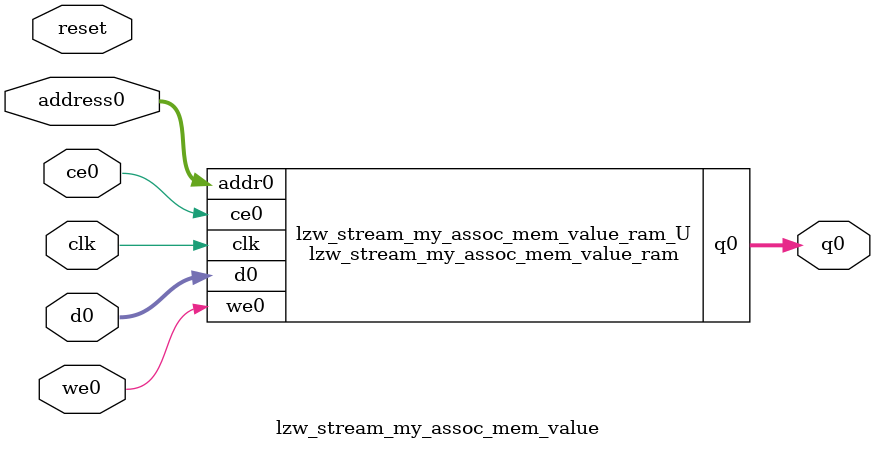
<source format=v>
`timescale 1 ns / 1 ps
module lzw_stream_my_assoc_mem_value_ram (addr0, ce0, d0, we0, q0,  clk);

parameter DWIDTH = 12;
parameter AWIDTH = 6;
parameter MEM_SIZE = 64;

input[AWIDTH-1:0] addr0;
input ce0;
input[DWIDTH-1:0] d0;
input we0;
output reg[DWIDTH-1:0] q0;
input clk;

reg [DWIDTH-1:0] ram[0:MEM_SIZE-1];




always @(posedge clk)  
begin 
    if (ce0) begin
        if (we0) 
            ram[addr0] <= d0; 
        q0 <= ram[addr0];
    end
end


endmodule

`timescale 1 ns / 1 ps
module lzw_stream_my_assoc_mem_value(
    reset,
    clk,
    address0,
    ce0,
    we0,
    d0,
    q0);

parameter DataWidth = 32'd12;
parameter AddressRange = 32'd64;
parameter AddressWidth = 32'd6;
input reset;
input clk;
input[AddressWidth - 1:0] address0;
input ce0;
input we0;
input[DataWidth - 1:0] d0;
output[DataWidth - 1:0] q0;



lzw_stream_my_assoc_mem_value_ram lzw_stream_my_assoc_mem_value_ram_U(
    .clk( clk ),
    .addr0( address0 ),
    .ce0( ce0 ),
    .we0( we0 ),
    .d0( d0 ),
    .q0( q0 ));

endmodule


</source>
